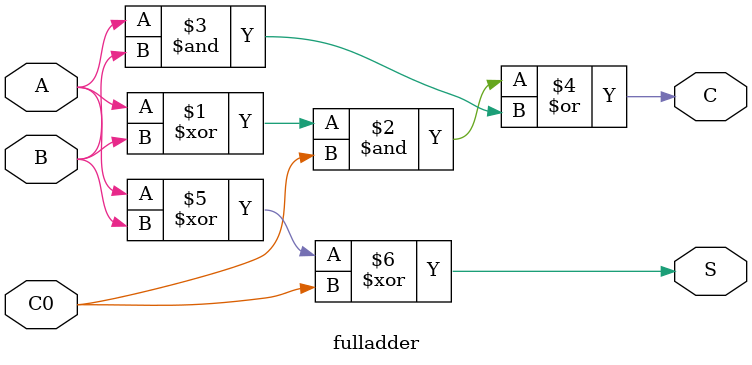
<source format=v>
module lab(a,b,m,cx,s,v);
input m;
input [3:0]a,b;
output [3:0]s;
output cx,v;
//reg s[3:0];
wire c1,c2,c3,w0,w1,w2,w3;
xor (w0,m,b[0]);
xor (w1,m,b[1]);
xor (w2,m,b[2]);
xor (w3,m,b[3]);
fulladder aa(s[0],c1,a[0],w0,m);
fulladder bb(s[1],c2,a[1],w1,c1);
fulladder cc(s[2],c3,a[2],w2,c2);
fulladder dd(s[3],cx,a[3],w3,c3);
xor (v,cx,c3);
endmodule
module fulladder(S, C, A, B, C0);
input A, B, C0;
output S, C;
assign C = { (A ^ B) & C0 } | (A & B);
assign S = A ^ B ^ C0;
endmodule

</source>
